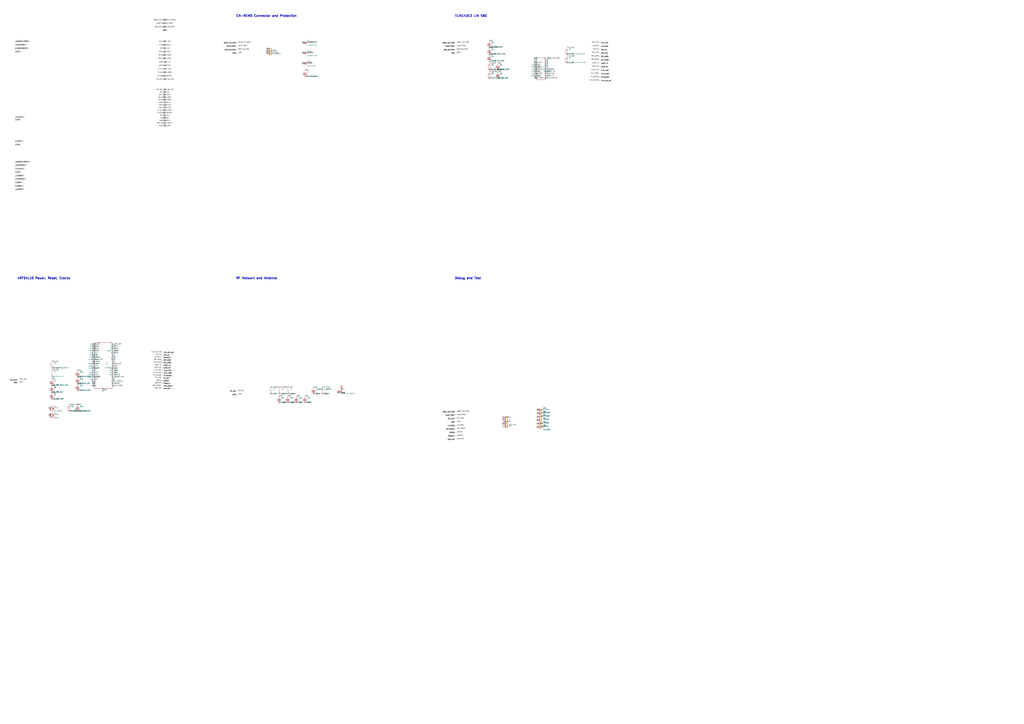
<source format=kicad_sch>
(kicad_sch (version 20250114) (generator "eeschema") (generator_version "9.0")
  (paper "A0")
  (lib_symbols
    (symbol "Connector_Generic:Conn_01x01" (pin_names (offset 1.016) (hide yes))
      (property "Reference" "J" (at 0 2.54 0))
      (property "Value" "Conn_01x01" (at 0 -2.54 0))
      (symbol "Conn_01x01_1_1"
        (rectangle (start -1.27 1.27) (end 1.27 -1.27) (stroke (width 0.254)) (fill (type background)))
        (rectangle (start -1.27 0.127) (end 0 -0.127) (stroke (width 0.1524)))
        (pin passive line (at -5.08 0 0) (length 3.81) (name "Pin_1") (number "1"))
      )
    )
    (symbol "Connector_Generic:Conn_01x03" (pin_names (offset 1.016) (hide yes))
      (property "Reference" "J" (at 0 5.08 0))
      (property "Value" "Conn_01x03" (at 0 -5.08 0))
      (symbol "Conn_01x03_1_1"
        (rectangle (start -1.27 3.81) (end 1.27 -3.81) (stroke (width 0.254)) (fill (type background)))
        (rectangle (start -1.27 2.667) (end 0 2.413) (stroke (width 0.1524)))
        (rectangle (start -1.27 0.127) (end 0 -0.127) (stroke (width 0.1524)))
        (rectangle (start -1.27 -2.413) (end 0 -2.667) (stroke (width 0.1524)))
        (pin passive line (at -5.08 2.54 0) (length 3.81) (name "Pin_1") (number "1"))
        (pin passive line (at -5.08 0 0) (length 3.81) (name "Pin_2") (number "2"))
        (pin passive line (at -5.08 -2.54 0) (length 3.81) (name "Pin_3") (number "3"))
      )
    )
    (symbol "Connector_Generic:Conn_01x05" (pin_names (offset 1.016) (hide yes))
      (property "Reference" "J" (at 0 7.62 0))
      (property "Value" "Conn_01x05" (at 0 -7.62 0))
      (symbol "Conn_01x05_1_1"
        (rectangle (start -1.27 6.35) (end 1.27 -6.35) (stroke (width 0.254)) (fill (type background)))
        (rectangle (start -1.27 5.207) (end 0 4.953) (stroke (width 0.1524)))
        (rectangle (start -1.27 2.667) (end 0 2.413) (stroke (width 0.1524)))
        (rectangle (start -1.27 0.127) (end 0 -0.127) (stroke (width 0.1524)))
        (rectangle (start -1.27 -2.413) (end 0 -2.667) (stroke (width 0.1524)))
        (rectangle (start -1.27 -4.953) (end 0 -5.207) (stroke (width 0.1524)))
        (pin passive line (at -5.08 5.08 0) (length 3.81) (name "Pin_1") (number "1"))
        (pin passive line (at -5.08 2.54 0) (length 3.81) (name "Pin_2") (number "2"))
        (pin passive line (at -5.08 0 0) (length 3.81) (name "Pin_3") (number "3"))
        (pin passive line (at -5.08 -2.54 0) (length 3.81) (name "Pin_4") (number "4"))
        (pin passive line (at -5.08 -5.08 0) (length 3.81) (name "Pin_5") (number "5"))
      )
    )
    (symbol "Device:Antenna_Chip" (pin_numbers (hide yes)) (pin_names (offset 1.016) (hide yes))
      (property "Reference" "AE" (at 0 5.08 0))
      (property "Value" "Antenna_Chip" (at 0 3.175 0))
      (symbol "Antenna_Chip_0_1"
        (polyline (pts (xy -2.54 0) (xy -2.54 -0.635)) (stroke (width 0.254)))
        (polyline (pts (xy -2.54 0) (xy -1.27 0)) (stroke (width 0.254)))
        (polyline (pts (xy -1.27 1.27) (xy -1.27 -1.27) (xy -1.27 0)) (stroke (width 0.254)))
        (polyline (pts (xy -0.635 1.27) (xy 0.635 1.27) (xy 0.635 -1.27) (xy -0.635 -1.27) (xy -0.635 1.27)) (stroke (width 0.254)))
        (polyline (pts (xy 1.27 1.27) (xy 1.27 -1.27)) (stroke (width 0.254)))
        (polyline (pts (xy 1.27 0) (xy 2.54 0)) (stroke (width 0.254)))
        (polyline (pts (xy 2.54 6.985) (xy 2.54 -1.905)) (stroke (width 0.254)))
        (polyline (pts (xy 2.54 -0.635) (xy 2.54 0)))
        (polyline (pts (xy 3.81 6.985) (xy 2.54 1.905) (xy 1.27 6.985)) (stroke (width 0.254)))
      )
      (symbol "Antenna_Chip_1_1"
        (pin input line (at -2.54 -2.54 90) (length 2.54) (name "FEED") (number "1"))
        (pin passive line (at 2.54 -2.54 90) (length 2.54) (name "PCB_Trace") (number "2"))
      )
    )
    (symbol "Device:C" (pin_numbers (hide yes)) (pin_names (offset 0.254))
      (property "Reference" "C" (at 0.635 2.54 0))
      (property "Value" "C" (at 0.635 -2.54 0))
      (symbol "C_0_1"
        (polyline (pts (xy -2.032 0.762) (xy 2.032 0.762)) (stroke (width 0.508)))
        (polyline (pts (xy -2.032 -0.762) (xy 2.032 -0.762)) (stroke (width 0.508)))
      )
      (symbol "C_1_1"
        (pin passive line (at 0 3.81 270) (length 2.794) (name "~") (number "1"))
        (pin passive line (at 0 -3.81 90) (length 2.794) (name "~") (number "2"))
      )
    )
    (symbol "Device:Crystal" (pin_numbers (hide yes)) (pin_names (offset 1.016) (hide yes))
      (property "Reference" "Y" (at 0 3.81 0))
      (property "Value" "Crystal" (at 0 -3.81 0))
      (symbol "Crystal_0_1"
        (polyline (pts (xy -2.54 0) (xy -1.905 0)))
        (polyline (pts (xy -1.905 -1.27) (xy -1.905 1.27)) (stroke (width 0.508)))
        (rectangle (start -1.143 2.54) (end 1.143 -2.54) (stroke (width 0.3048)))
        (polyline (pts (xy 1.905 -1.27) (xy 1.905 1.27)) (stroke (width 0.508)))
        (polyline (pts (xy 2.54 0) (xy 1.905 0)))
      )
      (symbol "Crystal_1_1"
        (pin passive line (at -3.81 0 0) (length 1.27) (name "1") (number "1"))
        (pin passive line (at 3.81 0 180) (length 1.27) (name "2") (number "2"))
      )
    )
    (symbol "Device:D" (pin_numbers (hide yes)) (pin_names (offset 1.016) (hide yes))
      (property "Reference" "D" (at 0 2.54 0))
      (property "Value" "D" (at 0 -2.54 0))
      (symbol "D_0_1"
        (polyline (pts (xy -1.27 1.27) (xy -1.27 -1.27)) (stroke (width 0.254)))
        (polyline (pts (xy 1.27 1.27) (xy 1.27 -1.27) (xy -1.27 0) (xy 1.27 1.27)) (stroke (width 0.254)))
        (polyline (pts (xy 1.27 0) (xy -1.27 0)))
      )
      (symbol "D_1_1"
        (pin passive line (at -3.81 0 0) (length 2.54) (name "K") (number "1"))
        (pin passive line (at 3.81 0 180) (length 2.54) (name "A") (number "2"))
      )
    )
    (symbol "Device:FerriteBead" (pin_numbers (hide yes)) (pin_names (offset 0))
      (property "Reference" "FB" (at -3.81 0.635 90))
      (property "Value" "FerriteBead" (at 3.81 0 90))
      (symbol "FerriteBead_0_1"
        (polyline (pts (xy -2.7686 0.4064) (xy -1.7018 2.2606) (xy 2.7686 -0.3048) (xy 1.6764 -2.159) (xy -2.7686 0.4064)))
        (polyline (pts (xy 0 1.27) (xy 0 1.2954)))
        (polyline (pts (xy 0 -1.27) (xy 0 -1.2192)))
      )
      (symbol "FerriteBead_1_1"
        (pin passive line (at 0 3.81 270) (length 2.54) (name "~") (number "1"))
        (pin passive line (at 0 -3.81 90) (length 2.54) (name "~") (number "2"))
      )
    )
    (symbol "Device:L" (pin_numbers (hide yes)) (pin_names (offset 1.016) (hide yes))
      (property "Reference" "L" (at -1.27 0 90))
      (property "Value" "L" (at 1.905 0 90))
      (symbol "L_0_1"
        (arc (start 0 2.54) (mid 0.6323 1.905) (end 0 1.27))
        (arc (start 0 1.27) (mid 0.6323 0.635) (end 0 0))
        (arc (start 0 0) (mid 0.6323 -0.635) (end 0 -1.27))
        (arc (start 0 -1.27) (mid 0.6323 -1.905) (end 0 -2.54))
      )
      (symbol "L_1_1"
        (pin passive line (at 0 3.81 270) (length 1.27) (name "1") (number "1"))
        (pin passive line (at 0 -3.81 90) (length 1.27) (name "2") (number "2"))
      )
    )
    (symbol "Device:R" (pin_numbers (hide yes)) (pin_names (offset 0))
      (property "Reference" "R" (at 2.032 0 90))
      (property "Value" "R" (at 0 0 90))
      (symbol "R_0_1"
        (rectangle (start -1.016 -2.54) (end 1.016 2.54) (stroke (width 0.254)))
      )
      (symbol "R_1_1"
        (pin passive line (at 0 3.81 270) (length 1.27) (name "~") (number "1"))
        (pin passive line (at 0 -3.81 90) (length 1.27) (name "~") (number "2"))
      )
    )
    (symbol "HVAC:TLIN14313-Q1" (pin_names (offset 0)) (pin_numbers (hide yes))
      (property "Reference" "U" (at 0 15.24 0))
      (property "Value" "TLIN14313-Q1" (at 0 13.208 0))
      (symbol "TLIN14313-Q1_1_1"
        (rectangle (start -5.08 12.7) (end 5.08 -12.7) (stroke (width 0.254)))
        (pin passive line (at -7.62 11.43 0) (length 2.54) (name "VSUP") (number "1"))
        (pin passive line (at -7.62 8.89 0) (length 2.54) (name "VCC") (number "2"))
        (pin passive line (at -7.62 6.35 0) (length 2.54) (name "nRST") (number "3"))
        (pin passive line (at -7.62 3.8099999999999996 0) (length 2.54) (name "WDT/CLK") (number "4"))
        (pin passive line (at -7.62 1.2699999999999996 0) (length 2.54) (name "nWDR/SDO") (number "5"))
        (pin passive line (at -7.62 -1.2699999999999996 0) (length 2.54) (name "WDI/SDI") (number "6"))
        (pin passive line (at -7.62 -3.8100000000000005 0) (length 2.54) (name "PIN/nCS") (number "7"))
        (pin passive line (at -7.62 -6.350000000000001 0) (length 2.54) (name "EN/nINT") (number "8"))
        (pin passive line (at -7.62 -8.89 0) (length 2.54) (name "HSSC/FSO") (number "9"))
        (pin passive line (at -7.62 -11.43 0) (length 2.54) (name "PV") (number "10"))
        (pin passive line (at 7.62 11.43 180) (length 2.54) (name "DIV_ON") (number "11"))
        (pin passive line (at 7.62 8.89 180) (length 2.54) (name "TXD") (number "12"))
        (pin passive line (at 7.62 6.35 180) (length 2.54) (name "RXD") (number "13"))
        (pin passive line (at 7.62 3.8099999999999996 180) (length 2.54) (name "GND") (number "14"))
        (pin passive line (at 7.62 1.2699999999999996 180) (length 2.54) (name "LIN") (number "15"))
        (pin passive line (at 7.62 -1.2699999999999996 180) (length 2.54) (name "WKRQ/INH") (number "16"))
        (pin passive line (at 7.62 -3.8100000000000005 180) (length 2.54) (name "WAKE") (number "17"))
        (pin passive line (at 7.62 -6.350000000000001 180) (length 2.54) (name "HSS") (number "18"))
        (pin passive line (at 7.62 -8.89 180) (length 2.54) (name "LIMP") (number "19"))
        (pin passive line (at 7.62 -11.43 180) (length 2.54) (name "VBAT") (number "20"))
      )
    )
    (symbol "HVAC:nRF54L10_QFN40" (pin_names (offset 0)) (pin_numbers (hide yes))
      (property "Reference" "U" (at 0 30 0))
      (property "Value" "nRF54L10" (at 0 27 0))
      (symbol "nRF54L10_QFN40_1_1"
        (rectangle (start -10.16 26.67) (end 10.16 -26.67) (stroke (width 0.254)))
        (pin passive line (at -12.7 24.13 0) (length 2.54) (name "P1.00/XL1") (number "1"))
        (pin passive line (at -12.7 21.59 0) (length 2.54) (name "P1.01/XL2") (number "2"))
        (pin passive line (at -12.7 19.049999999999997 0) (length 2.54) (name "P1.02/NFC1") (number "3"))
        (pin passive line (at -12.7 16.509999999999998 0) (length 2.54) (name "P1.03/NFC2") (number "4"))
        (pin passive line (at -12.7 13.969999999999999 0) (length 2.54) (name "P1.04/AIN0") (number "5"))
        (pin passive line (at -12.7 11.43 0) (length 2.54) (name "P1.05/AIN1") (number "6"))
        (pin passive line (at -12.7 8.889999999999999 0) (length 2.54) (name "P1.06/AIN2") (number "7"))
        (pin passive line (at -12.7 6.349999999999998 0) (length 2.54) (name "P1.08/CLK16M") (number "8"))
        (pin passive line (at -12.7 3.8099999999999987 0) (length 2.54) (name "VDD") (number "9"))
        (pin passive line (at -12.7 1.2699999999999996 0) (length 2.54) (name "P2.00/SPI.DCX") (number "10"))
        (pin passive line (at -12.7 -1.2699999999999996 0) (length 2.54) (name "P2.01/SPI.SCK") (number "11"))
        (pin passive line (at -12.7 -3.8100000000000023 0) (length 2.54) (name "P2.02/SPI.SDO") (number "12"))
        (pin passive line (at -12.7 -6.350000000000001 0) (length 2.54) (name "P2.03") (number "13"))
        (pin passive line (at -12.7 -8.890000000000004 0) (length 2.54) (name "P2.04/SPI.SDI") (number "14"))
        (pin passive line (at -12.7 -11.430000000000003 0) (length 2.54) (name "P2.05/SPI.CSN") (number "15"))
        (pin passive line (at -12.7 -13.970000000000002 0) (length 2.54) (name "P2.06/TRACECLK") (number "16"))
        (pin passive line (at -12.7 -16.51 0) (length 2.54) (name "P2.07/SWO") (number "17"))
        (pin passive line (at -12.7 -19.05 0) (length 2.54) (name "P2.08") (number "18"))
        (pin passive line (at -12.7 -21.59 0) (length 2.54) (name "VDD") (number "19"))
        (pin passive line (at -12.7 -24.13 0) (length 2.54) (name "P0.00") (number "20"))
        (pin passive line (at 12.7 24.13 180) (length 2.54) (name "P0.01") (number "21"))
        (pin passive line (at 12.7 21.59 180) (length 2.54) (name "SWDIO") (number "22"))
        (pin passive line (at 12.7 19.049999999999997 180) (length 2.54) (name "SWDCLK") (number "23"))
        (pin passive line (at 12.7 16.509999999999998 180) (length 2.54) (name "P0.04/CLKOUT32K") (number "24"))
        (pin passive line (at 12.7 13.969999999999999 180) (length 2.54) (name "nRESET") (number "25"))
        (pin passive line (at 12.7 11.43 180) (length 2.54) (name "ANT") (number "26"))
        (pin passive line (at 12.7 8.889999999999999 180) (length 2.54) (name "VSS_PA") (number "27"))
        (pin passive line (at 12.7 6.349999999999998 180) (length 2.54) (name "DECRF") (number "28"))
        (pin passive line (at 12.7 3.8099999999999987 180) (length 2.54) (name "XC1") (number "29"))
        (pin passive line (at 12.7 1.2699999999999996 180) (length 2.54) (name "XC2") (number "30"))
        (pin passive line (at 12.7 -1.2699999999999996 180) (length 2.54) (name "VDD") (number "31"))
        (pin passive line (at 12.7 -3.8100000000000023 180) (length 2.54) (name "P1.11/AIN4") (number "32"))
        (pin passive line (at 12.7 -6.350000000000001 180) (length 2.54) (name "P1.12/AIN5") (number "33"))
        (pin passive line (at 12.7 -8.890000000000004 180) (length 2.54) (name "P1.13/AIN6") (number "34"))
        (pin passive line (at 12.7 -11.430000000000003 180) (length 2.54) (name "P1.14/AIN7") (number "35"))
        (pin passive line (at 12.7 -13.970000000000002 180) (length 2.54) (name "DECA") (number "36"))
        (pin passive line (at 12.7 -16.51 180) (length 2.54) (name "VSS") (number "37"))
        (pin passive line (at 12.7 -19.05 180) (length 2.54) (name "DECD") (number "38"))
        (pin passive line (at 12.7 -21.59 180) (length 2.54) (name "DCC") (number "39"))
        (pin passive line (at 12.7 -24.13 180) (length 2.54) (name "VDD") (number "40"))
        (pin passive line (at 0 -29.21 90) (length 2.54) (name "VSS_EP") (number "41"))
      )
    )
  )
  (label "VBUS_12V_RAW" (at 190 24 0))
  (label "VSUP_PROT" (at 190 28 0))
  (label "BUS_SIG_RAW" (at 190 32 0))
  (label "GND" (at 190 36 0))
  (label "VBUS_12V_RAW" (at 20 49 0))
  (label "VSUP_PROT" (at 20 53 0))
  (label "BUS_SIG_RAW" (at 20 57 0))
  (label "GND" (at 20 61 0))
  (label "VCC_3V3" (at 190 49 0))
  (label "LIN_BUS" (at 190 53 0))
  (label "SPI_CS" (at 190 57 0))
  (label "SPI_SCK" (at 190 61 0))
  (label "SPI_MOSI" (at 190 65 0))
  (label "SPI_MISO" (at 190 69 0))
  (label "UART_TX" (at 190 73 0))
  (label "UART_RX" (at 190 77 0))
  (label "TLIN_nINT" (at 190 81 0))
  (label "TLIN_nRST" (at 190 85 0))
  (label "PV_SENSE" (at 190 89 0))
  (label "TLIN_DIV_ON" (at 190 93 0))
  (label "VCC_3V3" (at 20 137 0))
  (label "GND" (at 20 140 0))
  (label "TLIN_DIV_ON" (at 190 105 0))
  (label "SPI_CS" (at 190 108 0))
  (label "SPI_SCK" (at 190 111 0))
  (label "SPI_MOSI" (at 190 114 0))
  (label "SPI_MISO" (at 190 117 0))
  (label "UART_TX" (at 190 120 0))
  (label "UART_RX" (at 190 123 0))
  (label "TLIN_nINT" (at 190 126 0))
  (label "TLIN_nRST" (at 190 129 0))
  (label "PV_SENSE" (at 190 132 0))
  (label "RF_ANT" (at 190 135 0))
  (label "SWDIO" (at 190 138 0))
  (label "SWDCLK" (at 190 141 0))
  (label "nRF_RESET" (at 190 144 0))
  (label "VDD_nRF" (at 190 147 0))
  (label "RF_ANT" (at 20 165 0))
  (label "GND" (at 20 169 0))
  (label "VBUS_12V_RAW" (at 20 189 0))
  (label "VSUP_PROT" (at 20 193 0))
  (label "VCC_3V3" (at 20 197 0))
  (label "GND" (at 20 201 0))
  (label "LIN_BUS" (at 20 205 0))
  (label "nRF_RESET" (at 20 209 0))
  (label "SWDIO" (at 20 213 0))
  (label "SWDCLK" (at 20 217 0))
  (label "VDD_nRF" (at 20 221 0))
  (label "VBUS_12V_RAW" (at 192.54 24 0))
  (label "VSUP_PROT" (at 192.54 28 0))
  (label "BUS_SIG_RAW" (at 192.54 32 0))
  (label "GND" (at 192.54 36 0))
  (label "VBUS_12V_RAW" (at 17.46 49 0))
  (label "VSUP_PROT" (at 17.46 53 0))
  (label "BUS_SIG_RAW" (at 17.46 57 0))
  (label "GND" (at 17.46 61 0))
  (label "VCC_3V3" (at 192.54 49 0))
  (label "LIN_BUS" (at 192.54 53 0))
  (label "SPI_CS" (at 192.54 57 0))
  (label "SPI_SCK" (at 192.54 61 0))
  (label "SPI_MOSI" (at 192.54 65 0))
  (label "SPI_MISO" (at 192.54 69 0))
  (label "UART_TX" (at 192.54 73 0))
  (label "UART_RX" (at 192.54 77 0))
  (label "TLIN_nINT" (at 192.54 81 0))
  (label "TLIN_nRST" (at 192.54 85 0))
  (label "PV_SENSE" (at 192.54 89 0))
  (label "TLIN_DIV_ON" (at 192.54 93 0))
  (label "VCC_3V3" (at 17.46 137 0))
  (label "GND" (at 17.46 140 0))
  (label "TLIN_DIV_ON" (at 192.54 105 0))
  (label "SPI_CS" (at 192.54 108 0))
  (label "SPI_SCK" (at 192.54 111 0))
  (label "SPI_MOSI" (at 192.54 114 0))
  (label "SPI_MISO" (at 192.54 117 0))
  (label "UART_TX" (at 192.54 120 0))
  (label "UART_RX" (at 192.54 123 0))
  (label "TLIN_nINT" (at 192.54 126 0))
  (label "TLIN_nRST" (at 192.54 129 0))
  (label "PV_SENSE" (at 192.54 132 0))
  (label "RF_ANT" (at 192.54 135 0))
  (label "SWDIO" (at 192.54 138 0))
  (label "SWDCLK" (at 192.54 141 0))
  (label "nRF_RESET" (at 192.54 144 0))
  (label "VDD_nRF" (at 192.54 147 0))
  (label "RF_ANT" (at 17.46 165 0))
  (label "GND" (at 17.46 169 0))
  (label "VBUS_12V_RAW" (at 17.46 189 0))
  (label "VSUP_PROT" (at 17.46 193 0))
  (label "VCC_3V3" (at 17.46 197 0))
  (label "GND" (at 17.46 201 0))
  (label "LIN_BUS" (at 17.46 205 0))
  (label "nRF_RESET" (at 17.46 209 0))
  (label "SWDIO" (at 17.46 213 0))
  (label "SWDCLK" (at 17.46 217 0))
  (label "VDD_nRF" (at 17.46 221 0))
  (wire (pts (xy 190 24) (xy 192.54 24)))
  (wire (pts (xy 190 28) (xy 192.54 28)))
  (wire (pts (xy 190 32) (xy 192.54 32)))
  (wire (pts (xy 190 36) (xy 192.54 36)))
  (wire (pts (xy 20 49) (xy 17.46 49)))
  (wire (pts (xy 20 53) (xy 17.46 53)))
  (wire (pts (xy 20 57) (xy 17.46 57)))
  (wire (pts (xy 20 61) (xy 17.46 61)))
  (wire (pts (xy 190 49) (xy 192.54 49)))
  (wire (pts (xy 190 53) (xy 192.54 53)))
  (wire (pts (xy 190 57) (xy 192.54 57)))
  (wire (pts (xy 190 61) (xy 192.54 61)))
  (wire (pts (xy 190 65) (xy 192.54 65)))
  (wire (pts (xy 190 69) (xy 192.54 69)))
  (wire (pts (xy 190 73) (xy 192.54 73)))
  (wire (pts (xy 190 77) (xy 192.54 77)))
  (wire (pts (xy 190 81) (xy 192.54 81)))
  (wire (pts (xy 190 85) (xy 192.54 85)))
  (wire (pts (xy 190 89) (xy 192.54 89)))
  (wire (pts (xy 190 93) (xy 192.54 93)))
  (wire (pts (xy 20 137) (xy 17.46 137)))
  (wire (pts (xy 20 140) (xy 17.46 140)))
  (wire (pts (xy 190 105) (xy 192.54 105)))
  (wire (pts (xy 190 108) (xy 192.54 108)))
  (wire (pts (xy 190 111) (xy 192.54 111)))
  (wire (pts (xy 190 114) (xy 192.54 114)))
  (wire (pts (xy 190 117) (xy 192.54 117)))
  (wire (pts (xy 190 120) (xy 192.54 120)))
  (wire (pts (xy 190 123) (xy 192.54 123)))
  (wire (pts (xy 190 126) (xy 192.54 126)))
  (wire (pts (xy 190 129) (xy 192.54 129)))
  (wire (pts (xy 190 132) (xy 192.54 132)))
  (wire (pts (xy 190 135) (xy 192.54 135)))
  (wire (pts (xy 190 138) (xy 192.54 138)))
  (wire (pts (xy 190 141) (xy 192.54 141)))
  (wire (pts (xy 190 144) (xy 192.54 144)))
  (wire (pts (xy 190 147) (xy 192.54 147)))
  (wire (pts (xy 20 165) (xy 17.46 165)))
  (wire (pts (xy 20 169) (xy 17.46 169)))
  (wire (pts (xy 20 189) (xy 17.46 189)))
  (wire (pts (xy 20 193) (xy 17.46 193)))
  (wire (pts (xy 20 197) (xy 17.46 197)))
  (wire (pts (xy 20 201) (xy 17.46 201)))
  (wire (pts (xy 20 205) (xy 17.46 205)))
  (wire (pts (xy 20 209) (xy 17.46 209)))
  (wire (pts (xy 20 213) (xy 17.46 213)))
  (wire (pts (xy 20 217) (xy 17.46 217)))
  (wire (pts (xy 20 221) (xy 17.46 221)))
  (text "CN-REMO Connector and Protection" (at 274.0000 20.0000 0) (effects (font (size 2.54 2.54) (thickness 0.508) (bold yes)) (justify left bottom)))
  (label "VBUS_12V_RAW" (at 274.0000 50.0000 180))
  (label "VSUP_PROT" (at 274.0000 54.0000 180))
  (label "BUS_SIG_RAW" (at 274.0000 58.0000 180))
  (label "GND" (at 274.0000 62.0000 180))
  (symbol (lib_id "Connector_Generic:Conn_01x03") (at 314.0000 60.0000 0) (unit 1)
    (property "Reference" "J1" (at 316.5400 57.4600 0) (effects (justify left)))
    (property "Value" "CN-REMO" (at 316.5400 62.5400 0) (effects (justify left)))
  )
  (symbol (lib_id "Device:D") (at 354.0000 50.0000 0) (unit 1)
    (property "Reference" "D1" (at 356.5400 47.4600 0) (effects (justify left)))
    (property "Value" "D_VSUP_REV" (at 356.5400 52.5400 0) (effects (justify left)))
  )
  (symbol (lib_id "Device:D") (at 354.0000 62.0000 0) (unit 1)
    (property "Reference" "D2" (at 356.5400 59.4600 0) (effects (justify left)))
    (property "Value" "D_VSUP_TVS" (at 356.5400 64.5400 0) (effects (justify left)))
  )
  (symbol (lib_id "Device:D") (at 354.0000 74.0000 0) (unit 1)
    (property "Reference" "D3" (at 356.5400 71.4600 0) (effects (justify left)))
    (property "Value" "D_LIN_ESD" (at 356.5400 76.5400 0) (effects (justify left)))
  )
  (symbol (lib_id "Device:C") (at 354.0000 86.0000 0) (unit 1)
    (property "Reference" "C1" (at 356.5400 83.4600 0) (effects (justify left)))
    (property "Value" "C_VBUS_BULK" (at 356.5400 88.5400 0) (effects (justify left)))
  )
  (label "VBUS_12V_RAW" (at 308.9200 62.5400 0))
  (label "BUS_SIG_RAW" (at 308.9200 60.0000 0))
  (label "GND" (at 308.9200 57.4600 0))
  (label "VBUS_12V_RAW" (at 350.1900 50.0000 0))
  (label "VSUP_PROT" (at 357.8100 50.0000 0))
  (label "VBUS_12V_RAW" (at 350.1900 62.0000 0))
  (label "GND" (at 357.8100 62.0000 0))
  (label "BUS_SIG_RAW" (at 350.1900 74.0000 0))
  (label "GND" (at 357.8100 74.0000 0))
  (label "VBUS_12V_RAW" (at 354.0000 89.8100 0))
  (label "GND" (at 354.0000 82.1900 0))
  (wire (pts (xy 274.0000 50.0000) (xy 276.5400 50.0000)))
  (label "VBUS_12V_RAW" (at 276.5400 50.0000 0))
  (wire (pts (xy 274.0000 54.0000) (xy 276.5400 54.0000)))
  (label "VSUP_PROT" (at 276.5400 54.0000 0))
  (wire (pts (xy 274.0000 58.0000) (xy 276.5400 58.0000)))
  (label "BUS_SIG_RAW" (at 276.5400 58.0000 0))
  (wire (pts (xy 274.0000 62.0000) (xy 276.5400 62.0000)))
  (label "GND" (at 276.5400 62.0000 0))
  (label "VBUS_12V_RAW" (at 274.0000 50.0000 180))
  (label "VSUP_PROT" (at 274.0000 54.0000 180))
  (label "BUS_SIG_RAW" (at 274.0000 58.0000 180))
  (label "GND" (at 274.0000 62.0000 180))
  (text "TLIN14313 LIN SBC" (at 528.0000 20.0000 0) (effects (font (size 2.54 2.54) (thickness 0.508) (bold yes)) (justify left bottom)))
  (label "VBUS_12V_RAW" (at 528.0000 50.0000 180))
  (label "VSUP_PROT" (at 528.0000 54.0000 180))
  (label "BUS_SIG_RAW" (at 528.0000 58.0000 180))
  (label "GND" (at 528.0000 62.0000 180))
  (label "VCC_3V3" (at 698.0000 50.0000 0))
  (label "LIN_BUS" (at 698.0000 54.0000 0))
  (label "SPI_CS" (at 698.0000 58.0000 0))
  (label "SPI_SCK" (at 698.0000 62.0000 0))
  (label "SPI_MOSI" (at 698.0000 66.0000 0))
  (label "SPI_MISO" (at 698.0000 70.0000 0))
  (label "UART_TX" (at 698.0000 74.0000 0))
  (label "UART_RX" (at 698.0000 78.0000 0))
  (label "TLIN_nINT" (at 698.0000 82.0000 0))
  (label "TLIN_nRST" (at 698.0000 86.0000 0))
  (label "PV_SENSE" (at 698.0000 90.0000 0))
  (label "TLIN_DIV_ON" (at 698.0000 94.0000 0))
  (symbol (lib_id "HVAC:TLIN14313-Q1") (at 628.0000 80.0000 0) (unit 1)
    (property "Reference" "U1" (at 630.5400 77.4600 0) (effects (justify left)))
    (property "Value" "TLIN14313-Q1" (at 630.5400 82.5400 0) (effects (justify left)))
  )
  (symbol (lib_id "Device:C") (at 568.0000 52.0000 0) (unit 1)
    (property "Reference" "C2" (at 570.5400 49.4600 0) (effects (justify left)))
    (property "Value" "C_VSUP_100n" (at 570.5400 54.5400 0) (effects (justify left)))
  )
  (symbol (lib_id "Device:C") (at 568.0000 60.0000 0) (unit 1)
    (property "Reference" "C3" (at 570.5400 57.4600 0) (effects (justify left)))
    (property "Value" "C_VCC_BULK_10u" (at 570.5400 62.5400 0) (effects (justify left)))
  )
  (symbol (lib_id "Device:C") (at 568.0000 68.0000 0) (unit 1)
    (property "Reference" "C4" (at 570.5400 65.4600 0) (effects (justify left)))
    (property "Value" "C_VCC_HF_100n" (at 570.5400 70.5400 0) (effects (justify left)))
  )
  (symbol (lib_id "Device:R") (at 568.0000 78.0000 0) (unit 1)
    (property "Reference" "R1" (at 570.5400 75.4600 0) (effects (justify left)))
    (property "Value" "R_LIN_SER_1k" (at 570.5400 80.5400 0) (effects (justify left)))
  )
  (symbol (lib_id "Device:C") (at 578.0000 78.0000 0) (unit 1)
    (property "Reference" "C5" (at 580.5400 75.4600 0) (effects (justify left)))
    (property "Value" "C_LIN_220p" (at 580.5400 80.5400 0) (effects (justify left)))
  )
  (symbol (lib_id "Device:R") (at 568.0000 88.0000 0) (unit 1)
    (property "Reference" "R2" (at 570.5400 85.4600 0) (effects (justify left)))
    (property "Value" "R_PV_SER_470" (at 570.5400 90.5400 0) (effects (justify left)))
  )
  (symbol (lib_id "Device:C") (at 578.0000 88.0000 0) (unit 1)
    (property "Reference" "C6" (at 580.5400 85.4600 0) (effects (justify left)))
    (property "Value" "C_PV_20p" (at 580.5400 90.5400 0) (effects (justify left)))
  )
  (symbol (lib_id "Device:R") (at 658.0000 60.0000 0) (unit 1)
    (property "Reference" "R3" (at 660.5400 57.4600 0) (effects (justify left)))
    (property "Value" "R_nINT_PULLUP_10k" (at 660.5400 62.5400 0) (effects (justify left)))
  )
  (symbol (lib_id "Device:R") (at 658.0000 70.0000 0) (unit 1)
    (property "Reference" "R4" (at 660.5400 67.4600 0) (effects (justify left)))
    (property "Value" "R_nRST_PULLUP_10k" (at 660.5400 72.5400 0) (effects (justify left)))
  )
  (label "VSUP_PROT" (at 620.3800 91.4300 0))
  (label "VCC_3V3" (at 620.3800 88.8900 0))
  (label "TLIN_nRST" (at 620.3800 86.3500 0))
  (label "SPI_SCK" (at 620.3800 83.8100 0))
  (label "SPI_MISO" (at 620.3800 81.2700 0))
  (label "SPI_MOSI" (at 620.3800 78.7300 0))
  (label "SPI_CS" (at 620.3800 76.1900 0))
  (label "TLIN_nINT" (at 620.3800 73.6500 0))
  (no_connect (at 620.3800 71.1100))
  (label "PV" (at 620.3800 68.5700 0))
  (label "TLIN_DIV_ON" (at 635.6200 91.4300 0))
  (label "UART_TX" (at 635.6200 88.8900 0))
  (label "UART_RX" (at 635.6200 86.3500 0))
  (label "GND" (at 635.6200 83.8100 0))
  (label "LIN_BUS" (at 635.6200 81.2700 0))
  (no_connect (at 635.6200 78.7300))
  (no_connect (at 635.6200 76.1900))
  (no_connect (at 635.6200 73.6500))
  (no_connect (at 635.6200 71.1100))
  (label "VBUS_12V_RAW" (at 635.6200 68.5700 0))
  (label "VSUP_PROT" (at 568.0000 55.8100 0))
  (label "GND" (at 568.0000 48.1900 0))
  (label "VCC_3V3" (at 568.0000 63.8100 0))
  (label "GND" (at 568.0000 56.1900 0))
  (label "VCC_3V3" (at 568.0000 71.8100 0))
  (label "GND" (at 568.0000 64.1900 0))
  (label "BUS_SIG_RAW" (at 568.0000 81.8100 0))
  (label "LIN_BUS" (at 568.0000 74.1900 0))
  (label "LIN_BUS" (at 578.0000 81.8100 0))
  (label "GND" (at 578.0000 74.1900 0))
  (label "PV" (at 568.0000 91.8100 0))
  (label "PV_SENSE" (at 568.0000 84.1900 0))
  (label "PV" (at 578.0000 91.8100 0))
  (label "GND" (at 578.0000 84.1900 0))
  (label "VCC_3V3" (at 658.0000 63.8100 0))
  (label "TLIN_nINT" (at 658.0000 56.1900 0))
  (label "VCC_3V3" (at 658.0000 73.8100 0))
  (label "TLIN_nRST" (at 658.0000 66.1900 0))
  (wire (pts (xy 528.0000 50.0000) (xy 530.5400 50.0000)))
  (label "VBUS_12V_RAW" (at 530.5400 50.0000 0))
  (wire (pts (xy 528.0000 54.0000) (xy 530.5400 54.0000)))
  (label "VSUP_PROT" (at 530.5400 54.0000 0))
  (wire (pts (xy 528.0000 58.0000) (xy 530.5400 58.0000)))
  (label "BUS_SIG_RAW" (at 530.5400 58.0000 0))
  (wire (pts (xy 528.0000 62.0000) (xy 530.5400 62.0000)))
  (label "GND" (at 530.5400 62.0000 0))
  (wire (pts (xy 698.0000 50.0000) (xy 695.4600 50.0000)))
  (label "VCC_3V3" (at 695.4600 50.0000 0))
  (wire (pts (xy 698.0000 54.0000) (xy 695.4600 54.0000)))
  (label "LIN_BUS" (at 695.4600 54.0000 0))
  (wire (pts (xy 698.0000 58.0000) (xy 695.4600 58.0000)))
  (label "SPI_CS" (at 695.4600 58.0000 0))
  (wire (pts (xy 698.0000 62.0000) (xy 695.4600 62.0000)))
  (label "SPI_SCK" (at 695.4600 62.0000 0))
  (wire (pts (xy 698.0000 66.0000) (xy 695.4600 66.0000)))
  (label "SPI_MOSI" (at 695.4600 66.0000 0))
  (wire (pts (xy 698.0000 70.0000) (xy 695.4600 70.0000)))
  (label "SPI_MISO" (at 695.4600 70.0000 0))
  (wire (pts (xy 698.0000 74.0000) (xy 695.4600 74.0000)))
  (label "UART_TX" (at 695.4600 74.0000 0))
  (wire (pts (xy 698.0000 78.0000) (xy 695.4600 78.0000)))
  (label "UART_RX" (at 695.4600 78.0000 0))
  (wire (pts (xy 698.0000 82.0000) (xy 695.4600 82.0000)))
  (label "TLIN_nINT" (at 695.4600 82.0000 0))
  (wire (pts (xy 698.0000 86.0000) (xy 695.4600 86.0000)))
  (label "TLIN_nRST" (at 695.4600 86.0000 0))
  (wire (pts (xy 698.0000 90.0000) (xy 695.4600 90.0000)))
  (label "PV_SENSE" (at 695.4600 90.0000 0))
  (wire (pts (xy 698.0000 94.0000) (xy 695.4600 94.0000)))
  (label "TLIN_DIV_ON" (at 695.4600 94.0000 0))
  (label "VBUS_12V_RAW" (at 528.0000 50.0000 180))
  (label "VSUP_PROT" (at 528.0000 54.0000 180))
  (label "BUS_SIG_RAW" (at 528.0000 58.0000 180))
  (label "GND" (at 528.0000 62.0000 180))
  (label "VCC_3V3" (at 698.0000 50.0000 0))
  (label "LIN_BUS" (at 698.0000 54.0000 0))
  (label "SPI_CS" (at 698.0000 58.0000 0))
  (label "SPI_SCK" (at 698.0000 62.0000 0))
  (label "SPI_MOSI" (at 698.0000 66.0000 0))
  (label "SPI_MISO" (at 698.0000 70.0000 0))
  (label "UART_TX" (at 698.0000 74.0000 0))
  (label "UART_RX" (at 698.0000 78.0000 0))
  (label "TLIN_nINT" (at 698.0000 82.0000 0))
  (label "TLIN_nRST" (at 698.0000 86.0000 0))
  (label "PV_SENSE" (at 698.0000 90.0000 0))
  (label "TLIN_DIV_ON" (at 698.0000 94.0000 0))
  (text "nRF54L10 Power, Reset, Clocks" (at 20.0000 324.8000 0) (effects (font (size 2.54 2.54) (thickness 0.508) (bold yes)) (justify left bottom)))
  (label "VCC_3V3" (at 20.0000 441.8000 180))
  (label "GND" (at 20.0000 444.8000 180))
  (label "TLIN_DIV_ON" (at 190.0000 409.8000 0))
  (label "SPI_CS" (at 190.0000 412.8000 0))
  (label "SPI_SCK" (at 190.0000 415.8000 0))
  (label "SPI_MOSI" (at 190.0000 418.8000 0))
  (label "SPI_MISO" (at 190.0000 421.8000 0))
  (label "UART_TX" (at 190.0000 424.8000 0))
  (label "UART_RX" (at 190.0000 427.8000 0))
  (label "TLIN_nINT" (at 190.0000 430.8000 0))
  (label "TLIN_nRST" (at 190.0000 433.8000 0))
  (label "PV_SENSE" (at 190.0000 436.8000 0))
  (label "RF_ANT" (at 190.0000 439.8000 0))
  (label "SWDIO" (at 190.0000 442.8000 0))
  (label "SWDCLK" (at 190.0000 445.8000 0))
  (label "nRF_RESET" (at 190.0000 448.8000 0))
  (label "VDD_nRF" (at 190.0000 451.8000 0))
  (symbol (lib_id "HVAC:nRF54L10_QFN40") (at 120.0000 424.8000 0) (unit 1)
    (property "Reference" "U2" (at 122.5400 422.2600 0) (effects (justify left)))
    (property "Value" "nRF54L10" (at 122.5400 427.3400 0) (effects (justify left)))
  )
  (symbol (lib_id "Device:FerriteBead") (at 60.0000 424.8000 0) (unit 1)
    (property "Reference" "FB1" (at 62.5400 422.2600 0) (effects (justify left)))
    (property "Value" "FB_120R@100MHz" (at 62.5400 427.3400 0) (effects (justify left)))
  )
  (symbol (lib_id "Device:L") (at 60.0000 434.8000 0) (unit 1)
    (property "Reference" "L1" (at 62.5400 432.2600 0) (effects (justify left)))
    (property "Value" "L_DCDC_4u7" (at 62.5400 437.3400 0) (effects (justify left)))
  )
  (symbol (lib_id "Device:C") (at 60.0000 444.8000 0) (unit 1)
    (property "Reference" "C7" (at 62.5400 442.2600 0) (effects (justify left)))
    (property "Value" "C_VDD_BULK_10u" (at 62.5400 447.3400 0) (effects (justify left)))
  )
  (symbol (lib_id "Device:C") (at 60.0000 452.8000 0) (unit 1)
    (property "Reference" "C8" (at 62.5400 450.2600 0) (effects (justify left)))
    (property "Value" "C_VDD_2u2" (at 62.5400 455.3400 0) (effects (justify left)))
  )
  (symbol (lib_id "Device:C") (at 60.0000 460.8000 0) (unit 1)
    (property "Reference" "C9" (at 62.5400 458.2600 0) (effects (justify left)))
    (property "Value" "C_VDD_100n" (at 62.5400 463.3400 0) (effects (justify left)))
  )
  (symbol (lib_id "Device:R") (at 80.0000 474.8000 0) (unit 1)
    (property "Reference" "R5" (at 82.5400 472.2600 0) (effects (justify left)))
    (property "Value" "R_RESET_1k" (at 82.5400 477.3400 0) (effects (justify left)))
  )
  (symbol (lib_id "Device:C") (at 90.0000 474.8000 0) (unit 1)
    (property "Reference" "C10" (at 92.5400 472.2600 0) (effects (justify left)))
    (property "Value" "C_RESET_2n2" (at 92.5400 477.3400 0) (effects (justify left)))
  )
  (symbol (lib_id "Device:C") (at 90.0000 434.8000 0) (unit 1)
    (property "Reference" "C15" (at 92.5400 432.2600 0) (effects (justify left)))
    (property "Value" "C_DECA_100n" (at 92.5400 437.3400 0) (effects (justify left)))
  )
  (symbol (lib_id "Device:C") (at 90.0000 442.8000 0) (unit 1)
    (property "Reference" "C16" (at 92.5400 440.2600 0) (effects (justify left)))
    (property "Value" "C_DECD_10n" (at 92.5400 445.3400 0) (effects (justify left)))
  )
  (symbol (lib_id "Device:C") (at 90.0000 450.8000 0) (unit 1)
    (property "Reference" "C17" (at 92.5400 448.2600 0) (effects (justify left)))
    (property "Value" "C_DECA_100n" (at 92.5400 453.3400 0) (effects (justify left)))
  )
  (symbol (lib_id "Device:Crystal") (at 60.0000 474.8000 0) (unit 1)
    (property "Reference" "X1" (at 62.5400 472.2600 0) (effects (justify left)))
    (property "Value" "32.768kHz" (at 62.5400 477.3400 0) (effects (justify left)))
  )
  (symbol (lib_id "Device:Crystal") (at 60.0000 482.8000 0) (unit 1)
    (property "Reference" "X2" (at 62.5400 480.2600 0) (effects (justify left)))
    (property "Value" "32MHz" (at 62.5400 485.3400 0) (effects (justify left)))
  )
  (label "XL1" (at 107.3000 448.9300 0))
  (label "XL2" (at 107.3000 446.3900 0))
  (no_connect (at 107.3000 443.8500))
  (no_connect (at 107.3000 441.3100))
  (label "PV_SENSE" (at 107.3000 438.7700 0))
  (no_connect (at 107.3000 436.2300))
  (no_connect (at 107.3000 433.6900))
  (no_connect (at 107.3000 431.1500))
  (label "VDD_nRF" (at 107.3000 428.6100 0))
  (no_connect (at 107.3000 426.0700))
  (label "SPI_SCK" (at 107.3000 423.5300 0))
  (label "SPI_MOSI" (at 107.3000 420.9900 0))
  (label "TLIN_DIV_ON" (at 107.3000 418.4500 0))
  (label "SPI_MISO" (at 107.3000 415.9100 0))
  (label "SPI_CS" (at 107.3000 413.3700 0))
  (no_connect (at 107.3000 410.8300))
  (label "UART_RX" (at 107.3000 408.2900 0))
  (label "UART_TX" (at 107.3000 405.7500 0))
  (label "VDD_nRF" (at 107.3000 403.2100 0))
  (label "TLIN_nINT" (at 107.3000 400.6700 0))
  (label "TLIN_nRST" (at 132.7000 448.9300 0))
  (label "SWDIO" (at 132.7000 446.3900 0))
  (wire (pts (xy 132.7000 443.8500) (xy 135.2400 443.8500)))
  (label "SWDCLK" (at 135.2400 443.8500 0))
  (no_connect (at 132.7000 441.3100))
  (label "nRESET_PIN" (at 132.7000 438.7700 0))
  (label "RF_ANT" (at 132.7000 436.2300 0))
  (label "GND" (at 132.7000 433.6900 0))
  (label "DECA" (at 132.7000 431.1500 0))
  (label "XC1" (at 132.7000 428.6100 0))
  (label "XC2" (at 132.7000 426.0700 0))
  (label "VDD_nRF" (at 132.7000 423.5300 0))
  (no_connect (at 132.7000 420.9900))
  (no_connect (at 132.7000 418.4500))
  (no_connect (at 132.7000 415.9100))
  (no_connect (at 132.7000 413.3700))
  (label "DECA" (at 132.7000 410.8300 0))
  (label "GND" (at 132.7000 408.2900 0))
  (label "DECD" (at 132.7000 405.7500 0))
  (label "DCC" (at 132.7000 403.2100 0))
  (label "VDD_nRF" (at 132.7000 400.6700 0))
  (label "VCC_3V3" (at 60.0000 428.6100 0))
  (label "VDD_nRF" (at 60.0000 420.9900 0))
  (label "DCC" (at 60.0000 438.6100 0))
  (label "VDD_nRF" (at 60.0000 430.9900 0))
  (label "VDD_nRF" (at 60.0000 448.6100 0))
  (label "GND" (at 60.0000 440.9900 0))
  (label "VDD_nRF" (at 60.0000 456.6100 0))
  (label "GND" (at 60.0000 448.9900 0))
  (label "VDD_nRF" (at 60.0000 464.6100 0))
  (label "GND" (at 60.0000 456.9900 0))
  (label "DECA" (at 90.0000 438.6100 0))
  (label "GND" (at 90.0000 430.9900 0))
  (label "DECD" (at 90.0000 446.6100 0))
  (label "GND" (at 90.0000 438.9900 0))
  (label "DECA" (at 90.0000 454.6100 0))
  (label "GND" (at 90.0000 446.9900 0))
  (label "nRF_RESET" (at 80.0000 478.6100 0))
  (label "nRESET_PIN" (at 80.0000 470.9900 0))
  (label "nRESET_PIN" (at 90.0000 478.6100 0))
  (label "GND" (at 90.0000 470.9900 0))
  (label "XL1" (at 56.1900 474.8000 0))
  (label "XL2" (at 63.8100 474.8000 0))
  (label "XC1" (at 56.1900 482.8000 0))
  (label "XC2" (at 63.8100 482.8000 0))
  (label "GND" (at 120.0000 454.0100 0))
  (wire (pts (xy 20.0000 441.8000) (xy 22.5400 441.8000)))
  (label "VCC_3V3" (at 22.5400 441.8000 0))
  (wire (pts (xy 20.0000 444.8000) (xy 22.5400 444.8000)))
  (label "GND" (at 22.5400 444.8000 0))
  (wire (pts (xy 190.0000 409.8000) (xy 187.4600 409.8000)))
  (label "TLIN_DIV_ON" (at 187.4600 409.8000 0))
  (wire (pts (xy 190.0000 412.8000) (xy 187.4600 412.8000)))
  (label "SPI_CS" (at 187.4600 412.8000 0))
  (wire (pts (xy 190.0000 415.8000) (xy 187.4600 415.8000)))
  (label "SPI_SCK" (at 187.4600 415.8000 0))
  (wire (pts (xy 190.0000 418.8000) (xy 187.4600 418.8000)))
  (label "SPI_MOSI" (at 187.4600 418.8000 0))
  (wire (pts (xy 190.0000 421.8000) (xy 187.4600 421.8000)))
  (label "SPI_MISO" (at 187.4600 421.8000 0))
  (wire (pts (xy 190.0000 424.8000) (xy 187.4600 424.8000)))
  (label "UART_TX" (at 187.4600 424.8000 0))
  (wire (pts (xy 190.0000 427.8000) (xy 187.4600 427.8000)))
  (label "UART_RX" (at 187.4600 427.8000 0))
  (wire (pts (xy 190.0000 430.8000) (xy 187.4600 430.8000)))
  (label "TLIN_nINT" (at 187.4600 430.8000 0))
  (wire (pts (xy 190.0000 433.8000) (xy 187.4600 433.8000)))
  (label "TLIN_nRST" (at 187.4600 433.8000 0))
  (wire (pts (xy 190.0000 436.8000) (xy 187.4600 436.8000)))
  (label "PV_SENSE" (at 187.4600 436.8000 0))
  (wire (pts (xy 190.0000 439.8000) (xy 187.4600 439.8000)))
  (label "RF_ANT" (at 187.4600 439.8000 0))
  (wire (pts (xy 190.0000 442.8000) (xy 187.4600 442.8000)))
  (label "SWDIO" (at 187.4600 442.8000 0))
  (wire (pts (xy 190.0000 445.8000) (xy 187.4600 445.8000)))
  (label "SWDCLK" (at 187.4600 445.8000 0))
  (wire (pts (xy 190.0000 448.8000) (xy 187.4600 448.8000)))
  (label "nRF_RESET" (at 187.4600 448.8000 0))
  (wire (pts (xy 190.0000 451.8000) (xy 187.4600 451.8000)))
  (label "VDD_nRF" (at 187.4600 451.8000 0))
  (label "VCC_3V3" (at 20.0000 441.8000 180))
  (label "GND" (at 20.0000 444.8000 180))
  (label "TLIN_DIV_ON" (at 190.0000 409.8000 0))
  (label "SPI_CS" (at 190.0000 412.8000 0))
  (label "SPI_SCK" (at 190.0000 415.8000 0))
  (label "SPI_MOSI" (at 190.0000 418.8000 0))
  (label "SPI_MISO" (at 190.0000 421.8000 0))
  (label "UART_TX" (at 190.0000 424.8000 0))
  (label "UART_RX" (at 190.0000 427.8000 0))
  (label "TLIN_nINT" (at 190.0000 430.8000 0))
  (label "TLIN_nRST" (at 190.0000 433.8000 0))
  (label "PV_SENSE" (at 190.0000 436.8000 0))
  (label "RF_ANT" (at 190.0000 439.8000 0))
  (label "SWDIO" (at 190.0000 442.8000 0))
  (label "SWDCLK" (at 190.0000 445.8000 0))
  (label "nRF_RESET" (at 190.0000 448.8000 0))
  (label "VDD_nRF" (at 190.0000 451.8000 0))
  (text "RF Network and Antenna" (at 274.0000 324.8000 0) (effects (font (size 2.54 2.54) (thickness 0.508) (bold yes)) (justify left bottom)))
  (label "RF_ANT" (at 274.0000 454.8000 180))
  (label "GND" (at 274.0000 458.8000 180))
  (symbol (lib_id "Device:L") (at 314.0000 454.8000 0) (unit 1)
    (property "Reference" "L2" (at 316.5400 452.2600 0) (effects (justify left)))
    (property "Value" "2.7nH" (at 316.5400 457.3400 0) (effects (justify left)))
  )
  (symbol (lib_id "Device:L") (at 324.0000 454.8000 0) (unit 1)
    (property "Reference" "L3" (at 326.5400 452.2600 0) (effects (justify left)))
    (property "Value" "3.5nH" (at 326.5400 457.3400 0) (effects (justify left)))
  )
  (symbol (lib_id "Device:L") (at 334.0000 454.8000 0) (unit 1)
    (property "Reference" "L4" (at 336.5400 452.2600 0) (effects (justify left)))
    (property "Value" "3.5nH" (at 336.5400 457.3400 0) (effects (justify left)))
  )
  (symbol (lib_id "Device:C") (at 324.0000 464.8000 0) (unit 1)
    (property "Reference" "C11" (at 326.5400 462.2600 0) (effects (justify left)))
    (property "Value" "1.5pF" (at 326.5400 467.3400 0) (effects (justify left)))
  )
  (symbol (lib_id "Device:C") (at 334.0000 464.8000 0) (unit 1)
    (property "Reference" "C12" (at 336.5400 462.2600 0) (effects (justify left)))
    (property "Value" "2.0pF" (at 336.5400 467.3400 0) (effects (justify left)))
  )
  (symbol (lib_id "Device:C") (at 344.0000 464.8000 0) (unit 1)
    (property "Reference" "C13" (at 346.5400 462.2600 0) (effects (justify left)))
    (property "Value" "0.3pF" (at 346.5400 467.3400 0) (effects (justify left)))
  )
  (symbol (lib_id "Device:C") (at 354.0000 464.8000 0) (unit 1)
    (property "Reference" "C14" (at 356.5400 462.2600 0) (effects (justify left)))
    (property "Value" "3.9pF" (at 356.5400 467.3400 0) (effects (justify left)))
  )
  (symbol (lib_id "Device:C") (at 364.0000 454.8000 0) (unit 1)
    (property "Reference" "C_MATCH" (at 366.5400 452.2600 0) (effects (justify left)))
    (property "Value" "5.1pF" (at 366.5400 457.3400 0) (effects (justify left)))
  )
  (symbol (lib_id "Device:L") (at 374.0000 454.8000 0) (unit 1)
    (property "Reference" "L_MATCH" (at 376.5400 452.2600 0) (effects (justify left)))
    (property "Value" "2.2nH" (at 376.5400 457.3400 0) (effects (justify left)))
  )
  (symbol (lib_id "Device:Antenna_Chip") (at 394.0000 454.8000 0) (unit 1)
    (property "Reference" "AE1" (at 396.5400 452.2600 0) (effects (justify left)))
    (property "Value" "AANI-CH-0070" (at 396.5400 457.3400 0) (effects (justify left)))
  )
  (label "RF_ANT" (at 314.0000 458.6100 0))
  (label "RF_NODE1" (at 314.0000 450.9900 0))
  (label "RF_NODE1" (at 324.0000 458.6100 0))
  (label "RF_NODE2" (at 324.0000 450.9900 0))
  (label "RF_NODE2" (at 334.0000 458.6100 0))
  (label "RF_50" (at 334.0000 450.9900 0))
  (label "RF_NODE1" (at 324.0000 468.6100 0))
  (label "GND" (at 324.0000 460.9900 0))
  (label "RF_NODE2" (at 334.0000 468.6100 0))
  (label "GND" (at 334.0000 460.9900 0))
  (label "RF_50" (at 344.0000 468.6100 0))
  (label "GND" (at 344.0000 460.9900 0))
  (label "RF_50" (at 354.0000 468.6100 0))
  (label "GND" (at 354.0000 460.9900 0))
  (label "RF_50" (at 364.0000 458.6100 0))
  (label "GND" (at 364.0000 450.9900 0))
  (label "RF_50" (at 374.0000 458.6100 0))
  (label "ANT_FEED" (at 374.0000 450.9900 0))
  (label "ANT_FEED" (at 391.4600 457.3400 0))
  (label "GND" (at 396.5400 457.3400 0))
  (wire (pts (xy 274.0000 454.8000) (xy 276.5400 454.8000)))
  (label "RF_ANT" (at 276.5400 454.8000 0))
  (wire (pts (xy 274.0000 458.8000) (xy 276.5400 458.8000)))
  (label "GND" (at 276.5400 458.8000 0))
  (label "RF_ANT" (at 274.0000 454.8000 180))
  (label "GND" (at 274.0000 458.8000 180))
  (text "Debug and Test" (at 528.0000 324.8000 0) (effects (font (size 2.54 2.54) (thickness 0.508) (bold yes)) (justify left bottom)))
  (label "VBUS_12V_RAW" (at 528.0000 478.8000 180))
  (label "VSUP_PROT" (at 528.0000 482.8000 180))
  (label "VCC_3V3" (at 528.0000 486.8000 180))
  (label "GND" (at 528.0000 490.8000 180))
  (label "LIN_BUS" (at 528.0000 494.8000 180))
  (label "nRF_RESET" (at 528.0000 498.8000 180))
  (label "SWDIO" (at 528.0000 502.8000 180))
  (label "SWDCLK" (at 528.0000 506.8000 180))
  (label "VDD_nRF" (at 528.0000 510.8000 180))
  (symbol (lib_id "Connector_Generic:Conn_01x05") (at 588.0000 490.8000 0) (unit 1)
    (property "Reference" "J2" (at 590.5400 488.2600 0) (effects (justify left)))
    (property "Value" "SWD_HDR" (at 590.5400 493.3400 0) (effects (justify left)))
  )
  (symbol (lib_id "Connector_Generic:Conn_01x01") (at 628.0000 476.8000 0) (unit 1)
    (property "Reference" "TP1" (at 630.5400 474.2600 0) (effects (justify left)))
    (property "Value" "TP_VBUS" (at 630.5400 479.3400 0) (effects (justify left)))
  )
  (symbol (lib_id "Connector_Generic:Conn_01x01") (at 628.0000 480.8000 0) (unit 1)
    (property "Reference" "TP2" (at 630.5400 478.2600 0) (effects (justify left)))
    (property "Value" "TP_VSUP" (at 630.5400 483.3400 0) (effects (justify left)))
  )
  (symbol (lib_id "Connector_Generic:Conn_01x01") (at 628.0000 484.8000 0) (unit 1)
    (property "Reference" "TP3" (at 630.5400 482.2600 0) (effects (justify left)))
    (property "Value" "TP_3V3" (at 630.5400 487.3400 0) (effects (justify left)))
  )
  (symbol (lib_id "Connector_Generic:Conn_01x01") (at 628.0000 488.8000 0) (unit 1)
    (property "Reference" "TP4" (at 630.5400 486.2600 0) (effects (justify left)))
    (property "Value" "TP_GND" (at 630.5400 491.3400 0) (effects (justify left)))
  )
  (symbol (lib_id "Connector_Generic:Conn_01x01") (at 628.0000 492.8000 0) (unit 1)
    (property "Reference" "TP5" (at 630.5400 490.2600 0) (effects (justify left)))
    (property "Value" "TP_LIN" (at 630.5400 495.3400 0) (effects (justify left)))
  )
  (symbol (lib_id "Connector_Generic:Conn_01x01") (at 628.0000 496.8000 0) (unit 1)
    (property "Reference" "TP6" (at 630.5400 494.2600 0) (effects (justify left)))
    (property "Value" "TP_RESET" (at 630.5400 499.3400 0) (effects (justify left)))
  )
  (wire (pts (xy 582.9200 495.8800) (xy 585.4600 495.8800)))
  (label "VDD_nRF" (at 585.4600 495.8800 0))
  (label "SWDIO" (at 582.9200 493.3400 0))
  (wire (pts (xy 582.9200 490.8000) (xy 585.4600 490.8000)))
  (label "SWDCLK" (at 585.4600 490.8000 0))
  (label "GND" (at 582.9200 488.2600 0))
  (label "nRF_RESET" (at 582.9200 485.7200 0))
  (label "VBUS_12V_RAW" (at 622.9200 476.8000 0))
  (label "VSUP_PROT" (at 622.9200 480.8000 0))
  (label "VCC_3V3" (at 622.9200 484.8000 0))
  (label "GND" (at 622.9200 488.8000 0))
  (label "LIN_BUS" (at 622.9200 492.8000 0))
  (label "nRF_RESET" (at 622.9200 496.8000 0))
  (wire (pts (xy 528.0000 478.8000) (xy 530.5400 478.8000)))
  (label "VBUS_12V_RAW" (at 530.5400 478.8000 0))
  (wire (pts (xy 528.0000 482.8000) (xy 530.5400 482.8000)))
  (label "VSUP_PROT" (at 530.5400 482.8000 0))
  (wire (pts (xy 528.0000 486.8000) (xy 530.5400 486.8000)))
  (label "VCC_3V3" (at 530.5400 486.8000 0))
  (wire (pts (xy 528.0000 490.8000) (xy 530.5400 490.8000)))
  (label "GND" (at 530.5400 490.8000 0))
  (wire (pts (xy 528.0000 494.8000) (xy 530.5400 494.8000)))
  (label "LIN_BUS" (at 530.5400 494.8000 0))
  (wire (pts (xy 528.0000 498.8000) (xy 530.5400 498.8000)))
  (label "nRF_RESET" (at 530.5400 498.8000 0))
  (wire (pts (xy 528.0000 502.8000) (xy 530.5400 502.8000)))
  (label "SWDIO" (at 530.5400 502.8000 0))
  (wire (pts (xy 528.0000 506.8000) (xy 530.5400 506.8000)))
  (label "SWDCLK" (at 530.5400 506.8000 0))
  (wire (pts (xy 528.0000 510.8000) (xy 530.5400 510.8000)))
  (label "VDD_nRF" (at 530.5400 510.8000 0))
  (label "VBUS_12V_RAW" (at 528.0000 478.8000 180))
  (label "VSUP_PROT" (at 528.0000 482.8000 180))
  (label "VCC_3V3" (at 528.0000 486.8000 180))
  (label "GND" (at 528.0000 490.8000 180))
  (label "LIN_BUS" (at 528.0000 494.8000 180))
  (label "nRF_RESET" (at 528.0000 498.8000 180))
  (label "SWDIO" (at 528.0000 502.8000 180))
  (label "SWDCLK" (at 528.0000 506.8000 180))
  (label "VDD_nRF" (at 528.0000 510.8000 180))
)
</source>
